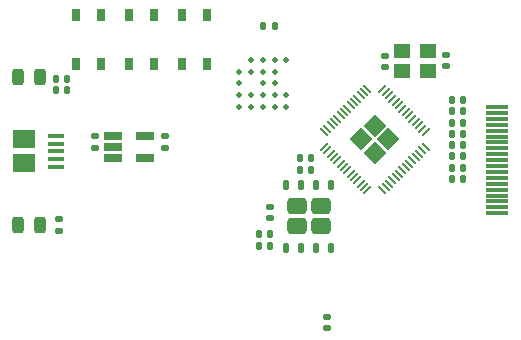
<source format=gbr>
%TF.GenerationSoftware,KiCad,Pcbnew,8.0.2*%
%TF.CreationDate,2024-05-26T20:11:31+02:00*%
%TF.ProjectId,protoB,70726f74-6f42-42e6-9b69-6361645f7063,rev?*%
%TF.SameCoordinates,PXbe7f170PY6de9350*%
%TF.FileFunction,Paste,Top*%
%TF.FilePolarity,Positive*%
%FSLAX46Y46*%
G04 Gerber Fmt 4.6, Leading zero omitted, Abs format (unit mm)*
G04 Created by KiCad (PCBNEW 8.0.2) date 2024-05-26 20:11:31*
%MOMM*%
%LPD*%
G01*
G04 APERTURE LIST*
G04 Aperture macros list*
%AMRoundRect*
0 Rectangle with rounded corners*
0 $1 Rounding radius*
0 $2 $3 $4 $5 $6 $7 $8 $9 X,Y pos of 4 corners*
0 Add a 4 corners polygon primitive as box body*
4,1,4,$2,$3,$4,$5,$6,$7,$8,$9,$2,$3,0*
0 Add four circle primitives for the rounded corners*
1,1,$1+$1,$2,$3*
1,1,$1+$1,$4,$5*
1,1,$1+$1,$6,$7*
1,1,$1+$1,$8,$9*
0 Add four rect primitives between the rounded corners*
20,1,$1+$1,$2,$3,$4,$5,0*
20,1,$1+$1,$4,$5,$6,$7,0*
20,1,$1+$1,$6,$7,$8,$9,0*
20,1,$1+$1,$8,$9,$2,$3,0*%
%AMHorizOval*
0 Thick line with rounded ends*
0 $1 width*
0 $2 $3 position (X,Y) of the first rounded end (center of the circle)*
0 $4 $5 position (X,Y) of the second rounded end (center of the circle)*
0 Add line between two ends*
20,1,$1,$2,$3,$4,$5,0*
0 Add two circle primitives to create the rounded ends*
1,1,$1,$2,$3*
1,1,$1,$4,$5*%
%AMRotRect*
0 Rectangle, with rotation*
0 The origin of the aperture is its center*
0 $1 length*
0 $2 width*
0 $3 Rotation angle, in degrees counterclockwise*
0 Add horizontal line*
21,1,$1,$2,0,0,$3*%
G04 Aperture macros list end*
%ADD10RoundRect,0.147500X-0.147500X-0.172500X0.147500X-0.172500X0.147500X0.172500X-0.147500X0.172500X0*%
%ADD11R,1.560000X0.650000*%
%ADD12RoundRect,0.147500X0.172500X-0.147500X0.172500X0.147500X-0.172500X0.147500X-0.172500X-0.147500X0*%
%ADD13RoundRect,0.147500X-0.172500X0.147500X-0.172500X-0.147500X0.172500X-0.147500X0.172500X0.147500X0*%
%ADD14RoundRect,0.243750X-0.243750X-0.456250X0.243750X-0.456250X0.243750X0.456250X-0.243750X0.456250X0*%
%ADD15RoundRect,0.250000X0.555000X-0.435000X0.555000X0.435000X-0.555000X0.435000X-0.555000X-0.435000X0*%
%ADD16RoundRect,0.125000X0.125000X-0.262500X0.125000X0.262500X-0.125000X0.262500X-0.125000X-0.262500X0*%
%ADD17R,0.650000X1.050000*%
%ADD18RoundRect,0.147500X0.147500X0.172500X-0.147500X0.172500X-0.147500X-0.172500X0.147500X-0.172500X0*%
%ADD19R,1.400000X1.200000*%
%ADD20RotRect,1.400000X1.400000X135.000000*%
%ADD21HorizOval,0.200000X-0.282843X0.282843X0.282843X-0.282843X0*%
%ADD22HorizOval,0.200000X0.282843X0.282843X-0.282843X-0.282843X0*%
%ADD23R,1.900000X0.300000*%
%ADD24R,1.350000X0.400000*%
%ADD25R,1.900000X1.500000*%
%ADD26RoundRect,0.135000X0.135000X0.185000X-0.135000X0.185000X-0.135000X-0.185000X0.135000X-0.185000X0*%
%ADD27C,0.500000*%
G04 APERTURE END LIST*
D10*
%TO.C,R5*%
X25165000Y16150000D03*
X26135000Y16150000D03*
%TD*%
%TO.C,R4*%
X25165000Y17150000D03*
X26135000Y17150000D03*
%TD*%
%TO.C,R2*%
X21665000Y9750000D03*
X22635000Y9750000D03*
%TD*%
D11*
%TO.C,U2*%
X9350000Y19050000D03*
X9350000Y18100000D03*
X9350000Y17150000D03*
X12050000Y17150000D03*
X12050000Y19050000D03*
%TD*%
D12*
%TO.C,C10*%
X32350000Y24880000D03*
X32350000Y25850000D03*
%TD*%
D13*
%TO.C,R11*%
X4750000Y11985000D03*
X4750000Y11015000D03*
%TD*%
D14*
%TO.C,D1*%
X1312500Y24000000D03*
X3187500Y24000000D03*
%TD*%
%TO.C,D2*%
X1312500Y11500000D03*
X3187500Y11500000D03*
%TD*%
D15*
%TO.C,U3*%
X24900000Y11400000D03*
X26900000Y11400000D03*
X24900000Y13100000D03*
X26900000Y13100000D03*
D16*
X23995000Y9587500D03*
X25265000Y9587500D03*
X26535000Y9587500D03*
X27805000Y9587500D03*
X27805000Y14912500D03*
X26535000Y14912500D03*
X25265000Y14912500D03*
X23995000Y14912500D03*
%TD*%
D13*
%TO.C,C13*%
X22600000Y13035000D03*
X22600000Y12065000D03*
%TD*%
%TO.C,C24*%
X27450000Y3721000D03*
X27450000Y2751000D03*
%TD*%
D17*
%TO.C,SW1*%
X12825000Y29325000D03*
X12825000Y25175000D03*
X10675000Y25175000D03*
X10675000Y29325000D03*
%TD*%
%TO.C,SW2*%
X17325000Y29325000D03*
X17325000Y25175000D03*
X15175000Y25175000D03*
X15175000Y29325000D03*
%TD*%
D18*
%TO.C,R16*%
X38985000Y21125000D03*
X38015000Y21125000D03*
%TD*%
%TO.C,R17*%
X38985000Y19225000D03*
X38015000Y19225000D03*
%TD*%
%TO.C,R15*%
X38985000Y16375000D03*
X38015000Y16375000D03*
%TD*%
%TO.C,R13*%
X38985000Y20175000D03*
X38015000Y20175000D03*
%TD*%
%TO.C,R18*%
X38985000Y17325000D03*
X38015000Y17325000D03*
%TD*%
D17*
%TO.C,SW3*%
X8325000Y29325000D03*
X8325000Y25175000D03*
X6175000Y25175000D03*
X6175000Y29325000D03*
%TD*%
D18*
%TO.C,R3*%
X22635000Y10750000D03*
X21665000Y10750000D03*
%TD*%
D13*
%TO.C,C12*%
X37550000Y25900000D03*
X37550000Y24930000D03*
%TD*%
D19*
%TO.C,Y1*%
X33840000Y24580000D03*
X36040000Y24580000D03*
X36040000Y26280000D03*
X33840000Y26280000D03*
%TD*%
D20*
%TO.C,U1*%
X31500000Y17618629D03*
X32631371Y18750000D03*
X30368629Y18750000D03*
X31500000Y19881371D03*
D21*
X32136396Y14436649D03*
X32419239Y14719491D03*
X32702082Y15002334D03*
X32984924Y15285177D03*
X33267767Y15568019D03*
X33550610Y15850862D03*
X33833452Y16133705D03*
X34116295Y16416548D03*
X34399138Y16699390D03*
X34681981Y16982233D03*
X34964823Y17265076D03*
X35247666Y17547918D03*
X35530509Y17830761D03*
X35813351Y18113604D03*
D22*
X35813351Y19386396D03*
X35530509Y19669239D03*
X35247666Y19952082D03*
X34964823Y20234924D03*
X34681981Y20517767D03*
X34399138Y20800610D03*
X34116295Y21083452D03*
X33833452Y21366295D03*
X33550610Y21649138D03*
X33267767Y21931981D03*
X32984924Y22214823D03*
X32702082Y22497666D03*
X32419239Y22780509D03*
X32136396Y23063351D03*
D21*
X30863604Y23063351D03*
X30580761Y22780509D03*
X30297918Y22497666D03*
X30015076Y22214823D03*
X29732233Y21931981D03*
X29449390Y21649138D03*
X29166548Y21366295D03*
X28883705Y21083452D03*
X28600862Y20800610D03*
X28318019Y20517767D03*
X28035177Y20234924D03*
X27752334Y19952082D03*
X27469491Y19669239D03*
X27186649Y19386396D03*
D22*
X27186649Y18113604D03*
X27469491Y17830761D03*
X27752334Y17547918D03*
X28035177Y17265076D03*
X28318019Y16982233D03*
X28600862Y16699390D03*
X28883705Y16416548D03*
X29166548Y16133705D03*
X29449390Y15850862D03*
X29732233Y15568019D03*
X30015076Y15285177D03*
X30297918Y15002334D03*
X30580761Y14719491D03*
X30863604Y14436649D03*
%TD*%
D13*
%TO.C,C11*%
X13690000Y19035000D03*
X13690000Y18065000D03*
%TD*%
%TO.C,C7*%
X7770000Y19035000D03*
X7770000Y18065000D03*
%TD*%
D18*
%TO.C,R6*%
X5435000Y22950000D03*
X4465000Y22950000D03*
%TD*%
D10*
%TO.C,R20*%
X4465000Y23900000D03*
X5435000Y23900000D03*
%TD*%
D18*
%TO.C,R14*%
X38985000Y18275000D03*
X38015000Y18275000D03*
%TD*%
%TO.C,R19*%
X38985000Y15425000D03*
X38015000Y15425000D03*
%TD*%
%TO.C,R12*%
X38985000Y22075000D03*
X38015000Y22075000D03*
%TD*%
D23*
%TO.C,J5*%
X41850000Y21500000D03*
X41850000Y21000000D03*
X41850000Y20500000D03*
X41850000Y20000000D03*
X41850000Y19500000D03*
X41850000Y19000000D03*
X41850000Y18500000D03*
X41850000Y18000000D03*
X41850000Y17500000D03*
X41850000Y17000000D03*
X41850000Y16500000D03*
X41850000Y16000000D03*
X41850000Y15500000D03*
X41850000Y15000000D03*
X41850000Y14500000D03*
X41850000Y14000000D03*
X41850000Y13500000D03*
X41850000Y13000000D03*
X41850000Y12500000D03*
%TD*%
D24*
%TO.C,J1*%
X4462500Y19050000D03*
X4462500Y18400000D03*
X4462500Y17750000D03*
X4462500Y17100000D03*
X4462500Y16450000D03*
D25*
X1762500Y18750000D03*
X1762500Y16750000D03*
%TD*%
D26*
%TO.C,R21*%
X23060000Y28350000D03*
X22040000Y28350000D03*
%TD*%
D27*
%TO.C,U4*%
X21010000Y25500000D03*
X22010000Y25500000D03*
X23010000Y25500000D03*
X24010000Y25500000D03*
X20010000Y24500000D03*
X21010000Y24500000D03*
X22010000Y24500000D03*
X23010000Y24500000D03*
X20010000Y23500000D03*
X22010000Y23500000D03*
X23010000Y23500000D03*
X20010000Y22500000D03*
X21010000Y22500000D03*
X22010000Y22500000D03*
X23010000Y22500000D03*
X24010000Y22500000D03*
X20010000Y21500000D03*
X21010000Y21500000D03*
X22010000Y21500000D03*
X23010000Y21500000D03*
X24010000Y21500000D03*
%TD*%
M02*

</source>
